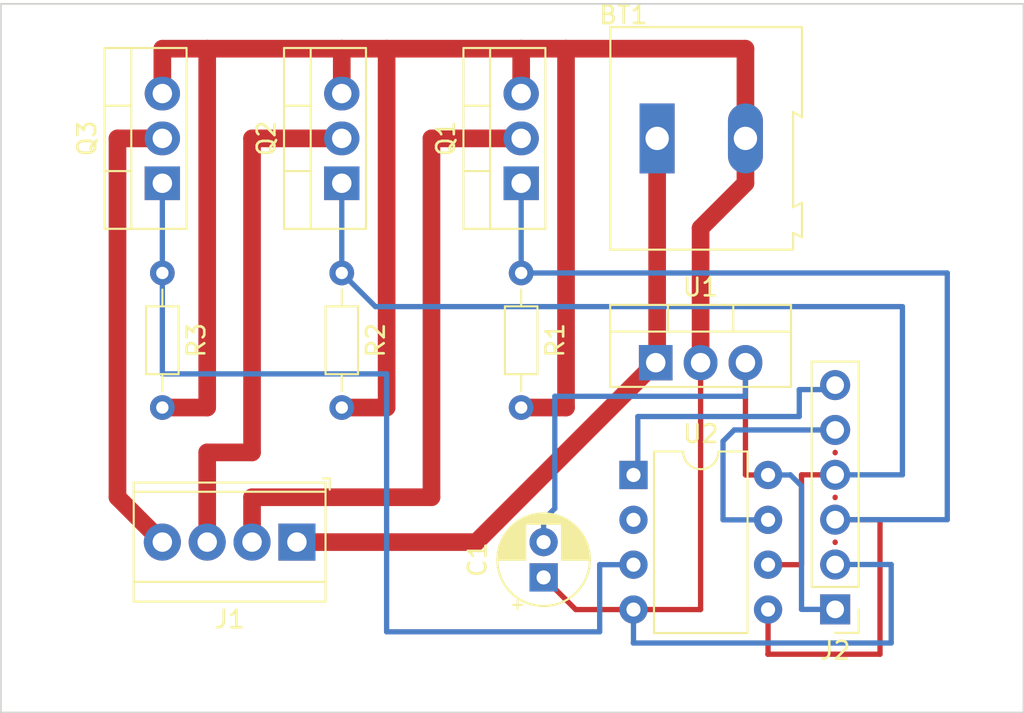
<source format=kicad_pcb>
(kicad_pcb (version 20221018) (generator pcbnew)
  (layers (0 "F.Cu" signal) (31 "B.Cu" signal) (34 "B.Paste" user) (35 "F.Paste" user) (36 "B.SilkS" user "B.Silkscreen") (37 "F.SilkS" user "F.Silkscreen") (38 "B.Mask" user) (39 "F.Mask" user) (44 "Edge.Cuts" user))
  (net 0 "")
  (net 1 "Net-(J1-Pin_2)")
  (net 2 "GND")
  (net 3 "Net-(J1-Pin_3)")
  (net 4 "Net-(Q3-G)")
  (net 5 "Net-(J1-Pin_4)")
  (net 6 "Net-(BT1-+)")
  (net 8 "Net-(J2-Pin_1)")
  (net 9 "Net-(J2-Pin_3)")
  (net 10 "Net-(J2-Pin_4)")
  (net 11 "Net-(J2-Pin_5)")
  (net 12 "Net-(J2-Pin_6)")
  (footprint "Package_TO_SOT_THT:TO-220-3_Vertical" (layer "F.Cu") (at 86.36 91.44 90)
    (fp_text reference "Q2" (at 2.54 -4.27 90) (layer "F.SilkS"))
    (fp_text value "BUZ11")
    (fp_line (start -2.58 -3.27) (end -2.58 1.371) (stroke (width 0.12)) (layer "F.SilkS"))
    (fp_line (start -2.58 -3.27) (end 7.66 -3.27) (stroke (width 0.12)) (layer "F.SilkS"))
    (fp_line (start -2.58 -1.76) (end 7.66 -1.76) (stroke (width 0.12)) (layer "F.SilkS"))
    (fp_line (start -2.58 1.371) (end 7.66 1.371) (stroke (width 0.12)) (layer "F.SilkS"))
    (fp_line (start 0.69 -3.27) (end 0.69 -1.76) (stroke (width 0.12)) (layer "F.SilkS"))
    (fp_line (start 4.391 -3.27) (end 4.391 -1.76) (stroke (width 0.12)) (layer "F.SilkS"))
    (fp_line (start 7.66 -3.27) (end 7.66 1.371) (stroke (width 0.12)) (layer "F.SilkS"))
    (pad "1" thru_hole rect (at 0 0 90) (size 1.905 2) (drill 1.1) (layers "*.Cu" "*.Mask") (net 10 "Net-(J2-Pin_4)"))
    (pad "2" thru_hole oval (at 2.54 0 90) (size 1.905 2) (drill 1.1) (layers "*.Cu" "*.Mask") (net 3 "Net-(J1-Pin_3)"))
    (pad "3" thru_hole oval (at 5.08 0 90) (size 1.905 2) (drill 1.1) (layers "*.Cu" "*.Mask") (net 2 "GND"))
  )
  (footprint "Capacitor_THT:CP_Radial_D5.0mm_P2.00mm" (layer "F.Cu") (at 97.79 113.76 90)
    (fp_text reference "C1" (at 1 -3.75 90) (layer "F.SilkS"))
    (fp_text value "100nF")
    (fp_line (start -1.804775 -1.475) (end -1.304775 -1.475) (stroke (width 0.12)) (layer "F.SilkS"))
    (fp_line (start -1.554775 -1.725) (end -1.554775 -1.225) (stroke (width 0.12)) (layer "F.SilkS"))
    (fp_line (start 1 -2.58) (end 1 -1.04) (stroke (width 0.12)) (layer "F.SilkS"))
    (fp_line (start 1 1.04) (end 1 2.58) (stroke (width 0.12)) (layer "F.SilkS"))
    (fp_line (start 1.04 -2.58) (end 1.04 -1.04) (stroke (width 0.12)) (layer "F.SilkS"))
    (fp_line (start 1.04 1.04) (end 1.04 2.58) (stroke (width 0.12)) (layer "F.SilkS"))
    (fp_line (start 1.08 -2.579) (end 1.08 -1.04) (stroke (width 0.12)) (layer "F.SilkS"))
    (fp_line (start 1.08 1.04) (end 1.08 2.579) (stroke (width 0.12)) (layer "F.SilkS"))
    (fp_line (start 1.12 -2.578) (end 1.12 -1.04) (stroke (width 0.12)) (layer "F.SilkS"))
    (fp_line (start 1.12 1.04) (end 1.12 2.578) (stroke (width 0.12)) (layer "F.SilkS"))
    (fp_line (start 1.16 -2.576) (end 1.16 -1.04) (stroke (width 0.12)) (layer "F.SilkS"))
    (fp_line (start 1.16 1.04) (end 1.16 2.576) (stroke (width 0.12)) (layer "F.SilkS"))
    (fp_line (start 1.2 -2.573) (end 1.2 -1.04) (stroke (width 0.12)) (layer "F.SilkS"))
    (fp_line (start 1.2 1.04) (end 1.2 2.573) (stroke (width 0.12)) (layer "F.SilkS"))
    (fp_line (start 1.24 -2.569) (end 1.24 -1.04) (stroke (width 0.12)) (layer "F.SilkS"))
    (fp_line (start 1.24 1.04) (end 1.24 2.569) (stroke (width 0.12)) (layer "F.SilkS"))
    (fp_line (start 1.28 -2.565) (end 1.28 -1.04) (stroke (width 0.12)) (layer "F.SilkS"))
    (fp_line (start 1.28 1.04) (end 1.28 2.565) (stroke (width 0.12)) (layer "F.SilkS"))
    (fp_line (start 1.32 -2.561) (end 1.32 -1.04) (stroke (width 0.12)) (layer "F.SilkS"))
    (fp_line (start 1.32 1.04) (end 1.32 2.561) (stroke (width 0.12)) (layer "F.SilkS"))
    (fp_line (start 1.36 -2.556) (end 1.36 -1.04) (stroke (width 0.12)) (layer "F.SilkS"))
    (fp_line (start 1.36 1.04) (end 1.36 2.556) (stroke (width 0.12)) (layer "F.SilkS"))
    (fp_line (start 1.4 -2.55) (end 1.4 -1.04) (stroke (width 0.12)) (layer "F.SilkS"))
    (fp_line (start 1.4 1.04) (end 1.4 2.55) (stroke (width 0.12)) (layer "F.SilkS"))
    (fp_line (start 1.44 -2.543) (end 1.44 -1.04) (stroke (width 0.12)) (layer "F.SilkS"))
    (fp_line (start 1.44 1.04) (end 1.44 2.543) (stroke (width 0.12)) (layer "F.SilkS"))
    (fp_line (start 1.48 -2.536) (end 1.48 -1.04) (stroke (width 0.12)) (layer "F.SilkS"))
    (fp_line (start 1.48 1.04) (end 1.48 2.536) (stroke (width 0.12)) (layer "F.SilkS"))
    (fp_line (start 1.52 -2.528) (end 1.52 -1.04) (stroke (width 0.12)) (layer "F.SilkS"))
    (fp_line (start 1.52 1.04) (end 1.52 2.528) (stroke (width 0.12)) (layer "F.SilkS"))
    (fp_line (start 1.56 -2.52) (end 1.56 -1.04) (stroke (width 0.12)) (layer "F.SilkS"))
    (fp_line (start 1.56 1.04) (end 1.56 2.52) (stroke (width 0.12)) (layer "F.SilkS"))
    (fp_line (start 1.6 -2.511) (end 1.6 -1.04) (stroke (width 0.12)) (layer "F.SilkS"))
    (fp_line (start 1.6 1.04) (end 1.6 2.511) (stroke (width 0.12)) (layer "F.SilkS"))
    (fp_line (start 1.64 -2.501) (end 1.64 -1.04) (stroke (width 0.12)) (layer "F.SilkS"))
    (fp_line (start 1.64 1.04) (end 1.64 2.501) (stroke (width 0.12)) (layer "F.SilkS"))
    (fp_line (start 1.68 -2.491) (end 1.68 -1.04) (stroke (width 0.12)) (layer "F.SilkS"))
    (fp_line (start 1.68 1.04) (end 1.68 2.491) (stroke (width 0.12)) (layer "F.SilkS"))
    (fp_line (start 1.721 -2.48) (end 1.721 -1.04) (stroke (width 0.12)) (layer "F.SilkS"))
    (fp_line (start 1.721 1.04) (end 1.721 2.48) (stroke (width 0.12)) (layer "F.SilkS"))
    (fp_line (start 1.761 -2.468) (end 1.761 -1.04) (stroke (width 0.12)) (layer "F.SilkS"))
    (fp_line (start 1.761 1.04) (end 1.761 2.468) (stroke (width 0.12)) (layer "F.SilkS"))
    (fp_line (start 1.801 -2.455) (end 1.801 -1.04) (stroke (width 0.12)) (layer "F.SilkS"))
    (fp_line (start 1.801 1.04) (end 1.801 2.455) (stroke (width 0.12)) (layer "F.SilkS"))
    (fp_line (start 1.841 -2.442) (end 1.841 -1.04) (stroke (width 0.12)) (layer "F.SilkS"))
    (fp_line (start 1.841 1.04) (end 1.841 2.442) (stroke (width 0.12)) (layer "F.SilkS"))
    (fp_line (start 1.881 -2.428) (end 1.881 -1.04) (stroke (width 0.12)) (layer "F.SilkS"))
    (fp_line (start 1.881 1.04) (end 1.881 2.428) (stroke (width 0.12)) (layer "F.SilkS"))
    (fp_line (start 1.921 -2.414) (end 1.921 -1.04) (stroke (width 0.12)) (layer "F.SilkS"))
    (fp_line (start 1.921 1.04) (end 1.921 2.414) (stroke (width 0.12)) (layer "F.SilkS"))
    (fp_line (start 1.961 -2.398) (end 1.961 -1.04) (stroke (width 0.12)) (layer "F.SilkS"))
    (fp_line (start 1.961 1.04) (end 1.961 2.398) (stroke (width 0.12)) (layer "F.SilkS"))
    (fp_line (start 2.001 -2.382) (end 2.001 -1.04) (stroke (width 0.12)) (layer "F.SilkS"))
    (fp_line (start 2.001 1.04) (end 2.001 2.382) (stroke (width 0.12)) (layer "F.SilkS"))
    (fp_line (start 2.041 -2.365) (end 2.041 -1.04) (stroke (width 0.12)) (layer "F.SilkS"))
    (fp_line (start 2.041 1.04) (end 2.041 2.365) (stroke (width 0.12)) (layer "F.SilkS"))
    (fp_line (start 2.081 -2.348) (end 2.081 -1.04) (stroke (width 0.12)) (layer "F.SilkS"))
    (fp_line (start 2.081 1.04) (end 2.081 2.348) (stroke (width 0.12)) (layer "F.SilkS"))
    (fp_line (start 2.121 -2.329) (end 2.121 -1.04) (stroke (width 0.12)) (layer "F.SilkS"))
    (fp_line (start 2.121 1.04) (end 2.121 2.329) (stroke (width 0.12)) (layer "F.SilkS"))
    (fp_line (start 2.161 -2.31) (end 2.161 -1.04) (stroke (width 0.12)) (layer "F.SilkS"))
    (fp_line (start 2.161 1.04) (end 2.161 2.31) (stroke (width 0.12)) (layer "F.SilkS"))
    (fp_line (start 2.201 -2.29) (end 2.201 -1.04) (stroke (width 0.12)) (layer "F.SilkS"))
    (fp_line (start 2.201 1.04) (end 2.201 2.29) (stroke (width 0.12)) (layer "F.SilkS"))
    (fp_line (start 2.241 -2.268) (end 2.241 -1.04) (stroke (width 0.12)) (layer "F.SilkS"))
    (fp_line (start 2.241 1.04) (end 2.241 2.268) (stroke (width 0.12)) (layer "F.SilkS"))
    (fp_line (start 2.281 -2.247) (end 2.281 -1.04) (stroke (width 0.12)) (layer "F.SilkS"))
    (fp_line (start 2.281 1.04) (end 2.281 2.247) (stroke (width 0.12)) (layer "F.SilkS"))
    (fp_line (start 2.321 -2.224) (end 2.321 -1.04) (stroke (width 0.12)) (layer "F.SilkS"))
    (fp_line (start 2.321 1.04) (end 2.321 2.224) (stroke (width 0.12)) (layer "F.SilkS"))
    (fp_line (start 2.361 -2.2) (end 2.361 -1.04) (stroke (width 0.12)) (layer "F.SilkS"))
    (fp_line (start 2.361 1.04) (end 2.361 2.2) (stroke (width 0.12)) (layer "F.SilkS"))
    (fp_line (start 2.401 -2.175) (end 2.401 -1.04) (stroke (width 0.12)) (layer "F.SilkS"))
    (fp_line (start 2.401 1.04) (end 2.401 2.175) (stroke (width 0.12)) (layer "F.SilkS"))
    (fp_line (start 2.441 -2.149) (end 2.441 -1.04) (stroke (width 0.12)) (layer "F.SilkS"))
    (fp_line (start 2.441 1.04) (end 2.441 2.149) (stroke (width 0.12)) (layer "F.SilkS"))
    (fp_line (start 2.481 -2.122) (end 2.481 -1.04) (stroke (width 0.12)) (layer "F.SilkS"))
    (fp_line (start 2.481 1.04) (end 2.481 2.122) (stroke (width 0.12)) (layer "F.SilkS"))
    (fp_line (start 2.521 -2.095) (end 2.521 -1.04) (stroke (width 0.12)) (layer "F.SilkS"))
    (fp_line (start 2.521 1.04) (end 2.521 2.095) (stroke (width 0.12)) (layer "F.SilkS"))
    (fp_line (start 2.561 -2.065) (end 2.561 -1.04) (stroke (width 0.12)) (layer "F.SilkS"))
    (fp_line (start 2.561 1.04) (end 2.561 2.065) (stroke (width 0.12)) (layer "F.SilkS"))
    (fp_line (start 2.601 -2.035) (end 2.601 -1.04) (stroke (width 0.12)) (layer "F.SilkS"))
    (fp_line (start 2.601 1.04) (end 2.601 2.035) (stroke (width 0.12)) (layer "F.SilkS"))
    (fp_line (start 2.641 -2.004) (end 2.641 -1.04) (stroke (width 0.12)) (layer "F.SilkS"))
    (fp_line (start 2.641 1.04) (end 2.641 2.004) (stroke (width 0.12)) (layer "F.SilkS"))
    (fp_line (start 2.681 -1.971) (end 2.681 -1.04) (stroke (width 0.12)) (layer "F.SilkS"))
    (fp_line (start 2.681 1.04) (end 2.681 1.971) (stroke (width 0.12)) (layer "F.SilkS"))
    (fp_line (start 2.721 -1.937) (end 2.721 -1.04) (stroke (width 0.12)) (layer "F.SilkS"))
    (fp_line (start 2.721 1.04) (end 2.721 1.937) (stroke (width 0.12)) (layer "F.SilkS"))
    (fp_line (start 2.761 -1.901) (end 2.761 -1.04) (stroke (width 0.12)) (layer "F.SilkS"))
    (fp_line (start 2.761 1.04) (end 2.761 1.901) (stroke (width 0.12)) (layer "F.SilkS"))
    (fp_line (start 2.801 -1.864) (end 2.801 -1.04) (stroke (width 0.12)) (layer "F.SilkS"))
    (fp_line (start 2.801 1.04) (end 2.801 1.864) (stroke (width 0.12)) (layer "F.SilkS"))
    (fp_line (start 2.841 -1.826) (end 2.841 -1.04) (stroke (width 0.12)) (layer "F.SilkS"))
    (fp_line (start 2.841 1.04) (end 2.841 1.826) (stroke (width 0.12)) (layer "F.SilkS"))
    (fp_line (start 2.881 -1.785) (end 2.881 -1.04) (stroke (width 0.12)) (layer "F.SilkS"))
    (fp_line (start 2.881 1.04) (end 2.881 1.785) (stroke (width 0.12)) (layer "F.SilkS"))
    (fp_line (start 2.921 -1.743) (end 2.921 -1.04) (stroke (width 0.12)) (layer "F.SilkS"))
    (fp_line (start 2.921 1.04) (end 2.921 1.743) (stroke (width 0.12)) (layer "F.SilkS"))
    (fp_line (start 2.961 -1.699) (end 2.961 -1.04) (stroke (width 0.12)) (layer "F.SilkS"))
    (fp_line (start 2.961 1.04) (end 2.961 1.699) (stroke (width 0.12)) (layer "F.SilkS"))
    (fp_line (start 3.001 -1.653) (end 3.001 -1.04) (stroke (width 0.12)) (layer "F.SilkS"))
    (fp_line (start 3.001 1.04) (end 3.001 1.653) (stroke (width 0.12)) (layer "F.SilkS"))
    (fp_line (start 3.041 -1.605) (end 3.041 1.605) (stroke (width 0.12)) (layer "F.SilkS"))
    (fp_line (start 3.081 -1.554) (end 3.081 1.554) (stroke (width 0.12)) (layer "F.SilkS"))
    (fp_line (start 3.121 -1.5) (end 3.121 1.5) (stroke (width 0.12)) (layer "F.SilkS"))
    (fp_line (start 3.161 -1.443) (end 3.161 1.443) (stroke (width 0.12)) (layer "F.SilkS"))
    (fp_line (start 3.201 -1.383) (end 3.201 1.383) (stroke (width 0.12)) (layer "F.SilkS"))
    (fp_line (start 3.241 -1.319) (end 3.241 1.319) (stroke (width 0.12)) (layer "F.SilkS"))
    (fp_line (start 3.281 -1.251) (end 3.281 1.251) (stroke (width 0.12)) (layer "F.SilkS"))
    (fp_line (start 3.321 -1.178) (end 3.321 1.178) (stroke (width 0.12)) (layer "F.SilkS"))
    (fp_line (start 3.361 -1.098) (end 3.361 1.098) (stroke (width 0.12)) (layer "F.SilkS"))
    (fp_line (start 3.401 -1.011) (end 3.401 1.011) (stroke (width 0.12)) (layer "F.SilkS"))
    (fp_line (start 3.441 -0.915) (end 3.441 0.915) (stroke (width 0.12)) (layer "F.SilkS"))
    (fp_line (start 3.481 -0.805) (end 3.481 0.805) (stroke (width 0.12)) (layer "F.SilkS"))
    (fp_line (start 3.521 -0.677) (end 3.521 0.677) (stroke (width 0.12)) (layer "F.SilkS"))
    (fp_line (start 3.561 -0.518) (end 3.561 0.518) (stroke (width 0.12)) (layer "F.SilkS"))
    (fp_line (start 3.601 -0.284) (end 3.601 0.284) (stroke (width 0.12)) (layer "F.SilkS"))
    (fp_circle (center 1 0) (end 3.62 0) (stroke (width 0.12)) (fill none) (layer "F.SilkS"))
    (pad "1" thru_hole rect (at 0 0 90) (size 1.6 1.6) (drill 0.8) (layers "*.Cu" "*.Mask") (net 2 "GND"))
    (pad "2" thru_hole circle (at 2 0 90) (size 1.6 1.6) (drill 0.8) (layers "*.Cu" "*.Mask") (net 8 "Net-(J2-Pin_1)"))
  )
  (footprint "Package_DIP:DIP-8_W7.62mm" (layer "F.Cu") (at 102.88 107.96)
    (fp_text reference "U2" (at 3.81 -2.33) (layer "F.SilkS"))
    (fp_text value "ATtiny45-20P")
    (fp_line (start 1.16 -1.33) (end 1.16 8.95) (stroke (width 0.12)) (layer "F.SilkS"))
    (fp_line (start 1.16 8.95) (end 6.46 8.95) (stroke (width 0.12)) (layer "F.SilkS"))
    (fp_line (start 2.81 -1.33) (end 1.16 -1.33) (stroke (width 0.12)) (layer "F.SilkS"))
    (fp_line (start 6.46 -1.33) (end 4.81 -1.33) (stroke (width 0.12)) (layer "F.SilkS"))
    (fp_line (start 6.46 8.95) (end 6.46 -1.33) (stroke (width 0.12)) (layer "F.SilkS"))
    (fp_arc (start 4.81 -1.33) (mid 3.81 -0.33) (end 2.81 -1.33) (stroke (width 0.12)) (layer "F.SilkS"))
    (pad "1" thru_hole rect (at 0 0) (size 1.6 1.6) (drill 0.8) (layers "*.Cu" "*.Mask") (net 12 "Net-(J2-Pin_6)"))
    (pad "2" thru_hole oval (at 0 2.54) (size 1.6 1.6) (drill 0.8) (layers "*.Cu" "*.Mask"))
    (pad "3" thru_hole oval (at 0 5.08) (size 1.6 1.6) (drill 0.8) (layers "*.Cu" "*.Mask") (net 4 "Net-(Q3-G)"))
    (pad "4" thru_hole oval (at 0 7.62) (size 1.6 1.6) (drill 0.8) (layers "*.Cu" "*.Mask") (net 2 "GND"))
    (pad "5" thru_hole oval (at 7.62 7.62) (size 1.6 1.6) (drill 0.8) (layers "*.Cu" "*.Mask") (net 9 "Net-(J2-Pin_3)"))
    (pad "6" thru_hole oval (at 7.62 5.08) (size 1.6 1.6) (drill 0.8) (layers "*.Cu" "*.Mask") (net 10 "Net-(J2-Pin_4)"))
    (pad "7" thru_hole oval (at 7.62 2.54) (size 1.6 1.6) (drill 0.8) (layers "*.Cu" "*.Mask") (net 11 "Net-(J2-Pin_5)"))
    (pad "8" thru_hole oval (at 7.62 0) (size 1.6 1.6) (drill 0.8) (layers "*.Cu" "*.Mask") (net 8 "Net-(J2-Pin_1)"))
  )
  (footprint "Package_TO_SOT_THT:TO-220-3_Vertical" (layer "F.Cu") (at 104.14 101.6)
    (fp_text reference "U1" (at 2.54 -4.27) (layer "F.SilkS"))
    (fp_text value "LM7805_TO220")
    (fp_line (start -2.58 -3.27) (end -2.58 1.371) (stroke (width 0.12)) (layer "F.SilkS"))
    (fp_line (start -2.58 -3.27) (end 7.66 -3.27) (stroke (width 0.12)) (layer "F.SilkS"))
    (fp_line (start -2.58 -1.76) (end 7.66 -1.76) (stroke (width 0.12)) (layer "F.SilkS"))
    (fp_line (start -2.58 1.371) (end 7.66 1.371) (stroke (width 0.12)) (layer "F.SilkS"))
    (fp_line (start 0.69 -3.27) (end 0.69 -1.76) (stroke (width 0.12)) (layer "F.SilkS"))
    (fp_line (start 4.391 -3.27) (end 4.391 -1.76) (stroke (width 0.12)) (layer "F.SilkS"))
    (fp_line (start 7.66 -3.27) (end 7.66 1.371) (stroke (width 0.12)) (layer "F.SilkS"))
    (pad "1" thru_hole rect (at 0 0) (size 1.905 2) (drill 1.1) (layers "*.Cu" "*.Mask") (net 6 "Net-(BT1-+)"))
    (pad "2" thru_hole oval (at 2.54 0) (size 1.905 2) (drill 1.1) (layers "*.Cu" "*.Mask") (net 2 "GND"))
    (pad "3" thru_hole oval (at 5.08 0) (size 1.905 2) (drill 1.1) (layers "*.Cu" "*.Mask") (net 8 "Net-(J2-Pin_1)"))
  )
  (footprint "Resistor_THT:R_Axial_DIN0204_L3.6mm_D1.6mm_P7.62mm_Horizontal" (layer "F.Cu") (at 76.2 96.52 -90)
    (fp_text reference "R3" (at 3.81 -1.92 90) (layer "F.SilkS"))
    (fp_text value "100k")
    (fp_line (start 0.94 0) (end 1.89 0) (stroke (width 0.12)) (layer "F.SilkS"))
    (fp_line (start 1.89 -0.92) (end 1.89 0.92) (stroke (width 0.12)) (layer "F.SilkS"))
    (fp_line (start 1.89 0.92) (end 5.73 0.92) (stroke (width 0.12)) (layer "F.SilkS"))
    (fp_line (start 5.73 -0.92) (end 1.89 -0.92) (stroke (width 0.12)) (layer "F.SilkS"))
    (fp_line (start 5.73 0.92) (end 5.73 -0.92) (stroke (width 0.12)) (layer "F.SilkS"))
    (fp_line (start 6.68 0) (end 5.73 0) (stroke (width 0.12)) (layer "F.SilkS"))
    (pad "1" thru_hole circle (at 0 0 270) (size 1.4 1.4) (drill 0.7) (layers "*.Cu" "*.Mask") (net 4 "Net-(Q3-G)"))
    (pad "2" thru_hole oval (at 7.62 0 270) (size 1.4 1.4) (drill 0.7) (layers "*.Cu" "*.Mask") (net 2 "GND"))
  )
  (footprint "Connector_PinHeader_2.54mm:PinHeader_1x06_P2.54mm_Vertical" (layer "F.Cu") (at 114.3 115.57 180)
    (fp_text reference "J2" (at 0 -2.33) (layer "F.SilkS"))
    (fp_text value "Conn_01x06_Socket")
    (fp_line (start -1.33 -1.33) (end 0 -1.33) (stroke (width 0.12)) (layer "F.SilkS"))
    (fp_line (start -1.33 0) (end -1.33 -1.33) (stroke (width 0.12)) (layer "F.SilkS"))
    (fp_line (start -1.33 1.27) (end -1.33 14.03) (stroke (width 0.12)) (layer "F.SilkS"))
    (fp_line (start -1.33 1.27) (end 1.33 1.27) (stroke (width 0.12)) (layer "F.SilkS"))
    (fp_line (start -1.33 14.03) (end 1.33 14.03) (stroke (width 0.12)) (layer "F.SilkS"))
    (fp_line (start 1.33 1.27) (end 1.33 14.03) (stroke (width 0.12)) (layer "F.SilkS"))
    (pad "1" thru_hole rect (at 0 0 180) (size 1.7 1.7) (drill 1) (layers "*.Cu" "*.Mask") (net 8 "Net-(J2-Pin_1)"))
    (pad "2" thru_hole oval (at 0 2.54 180) (size 1.7 1.7) (drill 1) (layers "*.Cu" "*.Mask") (net 2 "GND"))
    (pad "3" thru_hole oval (at 0 5.08 180) (size 1.7 1.7) (drill 1) (layers "*.Cu" "*.Mask") (net 9 "Net-(J2-Pin_3)"))
    (pad "4" thru_hole oval (at 0 7.62 180) (size 1.7 1.7) (drill 1) (layers "*.Cu" "*.Mask") (net 10 "Net-(J2-Pin_4)"))
    (pad "5" thru_hole oval (at 0 10.16 180) (size 1.7 1.7) (drill 1) (layers "*.Cu" "*.Mask") (net 11 "Net-(J2-Pin_5)"))
    (pad "6" thru_hole oval (at 0 12.7 180) (size 1.7 1.7) (drill 1) (layers "*.Cu" "*.Mask") (net 12 "Net-(J2-Pin_6)"))
  )
  (footprint "Resistor_THT:R_Axial_DIN0204_L3.6mm_D1.6mm_P7.62mm_Horizontal" (layer "F.Cu") (at 86.36 96.52 -90)
    (fp_text reference "R2" (at 3.81 -1.92 90) (layer "F.SilkS"))
    (fp_text value "100k")
    (fp_line (start 0.94 0) (end 1.89 0) (stroke (width 0.12)) (layer "F.SilkS"))
    (fp_line (start 1.89 -0.92) (end 1.89 0.92) (stroke (width 0.12)) (layer "F.SilkS"))
    (fp_line (start 1.89 0.92) (end 5.73 0.92) (stroke (width 0.12)) (layer "F.SilkS"))
    (fp_line (start 5.73 -0.92) (end 1.89 -0.92) (stroke (width 0.12)) (layer "F.SilkS"))
    (fp_line (start 5.73 0.92) (end 5.73 -0.92) (stroke (width 0.12)) (layer "F.SilkS"))
    (fp_line (start 6.68 0) (end 5.73 0) (stroke (width 0.12)) (layer "F.SilkS"))
    (pad "1" thru_hole circle (at 0 0 270) (size 1.4 1.4) (drill 0.7) (layers "*.Cu" "*.Mask") (net 10 "Net-(J2-Pin_4)"))
    (pad "2" thru_hole oval (at 7.62 0 270) (size 1.4 1.4) (drill 0.7) (layers "*.Cu" "*.Mask") (net 2 "GND"))
  )
  (footprint "Resistor_THT:R_Axial_DIN0204_L3.6mm_D1.6mm_P7.62mm_Horizontal" (layer "F.Cu") (at 96.52 96.52 -90)
    (fp_text reference "R1" (at 3.81 -1.92 90) (layer "F.SilkS"))
    (fp_text value "100k")
    (fp_line (start 0.94 0) (end 1.89 0) (stroke (width 0.12)) (layer "F.SilkS"))
    (fp_line (start 1.89 -0.92) (end 1.89 0.92) (stroke (width 0.12)) (layer "F.SilkS"))
    (fp_line (start 1.89 0.92) (end 5.73 0.92) (stroke (width 0.12)) (layer "F.SilkS"))
    (fp_line (start 5.73 -0.92) (end 1.89 -0.92) (stroke (width 0.12)) (layer "F.SilkS"))
    (fp_line (start 5.73 0.92) (end 5.73 -0.92) (stroke (width 0.12)) (layer "F.SilkS"))
    (fp_line (start 6.68 0) (end 5.73 0) (stroke (width 0.12)) (layer "F.SilkS"))
    (pad "1" thru_hole circle (at 0 0 270) (size 1.4 1.4) (drill 0.7) (layers "*.Cu" "*.Mask") (net 9 "Net-(J2-Pin_3)"))
    (pad "2" thru_hole oval (at 7.62 0 270) (size 1.4 1.4) (drill 0.7) (layers "*.Cu" "*.Mask") (net 2 "GND"))
  )
  (footprint "TerminalBlock_TE-Connectivity:TerminalBlock_TE_282834-4_1x04_P2.54mm_Horizontal" (layer "F.Cu") (at 83.82 111.76 180)
    (fp_text reference "J1" (at 3.81 -4.37) (layer "F.SilkS"))
    (fp_text value "+12V_STRIP")
    (fp_line (start -1.86 2.97) (end -1.86 3.61) (stroke (width 0.12)) (layer "F.SilkS"))
    (fp_line (start -1.86 3.61) (end -1.46 3.61) (stroke (width 0.12)) (layer "F.SilkS"))
    (fp_line (start -1.62 -3.37) (end -1.62 3.37) (stroke (width 0.12)) (layer "F.SilkS"))
    (fp_line (start -1.62 -3.37) (end 9.241 -3.37) (stroke (width 0.12)) (layer "F.SilkS"))
    (fp_line (start -1.62 -2.25) (end 9.241 -2.25) (stroke (width 0.12)) (layer "F.SilkS"))
    (fp_line (start -1.62 2.85) (end 9.241 2.85) (stroke (width 0.12)) (layer "F.SilkS"))
    (fp_line (start -1.62 3.37) (end 9.241 3.37) (stroke (width 0.12)) (layer "F.SilkS"))
    (fp_line (start 9.241 -3.37) (end 9.241 3.37) (stroke (width 0.12)) (layer "F.SilkS"))
    (pad "1" thru_hole rect (at 0 0 180) (size 2.1 2.1) (drill 1.1) (layers "*.Cu" "*.Mask") (net 6 "Net-(BT1-+)"))
    (pad "2" thru_hole circle (at 2.54 0 180) (size 2.1 2.1) (drill 1.1) (layers "*.Cu" "*.Mask") (net 1 "Net-(J1-Pin_2)"))
    (pad "3" thru_hole circle (at 5.08 0 180) (size 2.1 2.1) (drill 1.1) (layers "*.Cu" "*.Mask") (net 3 "Net-(J1-Pin_3)"))
    (pad "4" thru_hole circle (at 7.62 0 180) (size 2.1 2.1) (drill 1.1) (layers "*.Cu" "*.Mask") (net 5 "Net-(J1-Pin_4)"))
  )
  (footprint "TerminalBlock:TerminalBlock_Altech_AK300-2_P5.00mm" (layer "F.Cu") (at 104.22 88.9)
    (fp_text reference "BT1" (at -1.92 -6.99) (layer "F.SilkS"))
    (fp_text value "B12V")
    (fp_line (start -2.65 -6.3) (end -2.65 6.3) (stroke (width 0.12)) (layer "F.SilkS"))
    (fp_line (start -2.65 6.3) (end 7.7 6.3) (stroke (width 0.12)) (layer "F.SilkS"))
    (fp_line (start 7.7 -1.5) (end 8.2 -1.2) (stroke (width 0.12)) (layer "F.SilkS"))
    (fp_line (start 7.7 3.9) (end 7.7 -1.5) (stroke (width 0.12)) (layer "F.SilkS"))
    (fp_line (start 7.7 5.35) (end 8.2 5.6) (stroke (width 0.12)) (layer "F.SilkS"))
    (fp_line (start 7.7 6.3) (end 7.7 5.35) (stroke (width 0.12)) (layer "F.SilkS"))
    (fp_line (start 8.2 -6.3) (end -2.65 -6.3) (stroke (width 0.12)) (layer "F.SilkS"))
    (fp_line (start 8.2 -1.2) (end 8.2 -6.3) (stroke (width 0.12)) (layer "F.SilkS"))
    (fp_line (start 8.2 3.65) (end 7.7 3.9) (stroke (width 0.12)) (layer "F.SilkS"))
    (fp_line (start 8.2 3.7) (end 8.2 3.65) (stroke (width 0.12)) (layer "F.SilkS"))
    (fp_line (start 8.2 5.6) (end 8.2 3.7) (stroke (width 0.12)) (layer "F.SilkS"))
    (pad "1" thru_hole rect (at 0 0) (size 1.98 3.96) (drill 1.32) (layers "*.Cu" "*.Mask") (net 6 "Net-(BT1-+)"))
    (pad "2" thru_hole oval (at 5 0) (size 1.98 3.96) (drill 1.32) (layers "*.Cu" "*.Mask") (net 2 "GND"))
  )
  (footprint "Package_TO_SOT_THT:TO-220-3_Vertical" (layer "F.Cu") (at 96.52 91.44 90)
    (fp_text reference "Q1" (at 2.54 -4.27 90) (layer "F.SilkS"))
    (fp_text value "BUZ11")
    (fp_line (start -2.58 -3.27) (end -2.58 1.371) (stroke (width 0.12)) (layer "F.SilkS"))
    (fp_line (start -2.58 -3.27) (end 7.66 -3.27) (stroke (width 0.12)) (layer "F.SilkS"))
    (fp_line (start -2.58 -1.76) (end 7.66 -1.76) (stroke (width 0.12)) (layer "F.SilkS"))
    (fp_line (start -2.58 1.371) (end 7.66 1.371) (stroke (width 0.12)) (layer "F.SilkS"))
    (fp_line (start 0.69 -3.27) (end 0.69 -1.76) (stroke (width 0.12)) (layer "F.SilkS"))
    (fp_line (start 4.391 -3.27) (end 4.391 -1.76) (stroke (width 0.12)) (layer "F.SilkS"))
    (fp_line (start 7.66 -3.27) (end 7.66 1.371) (stroke (width 0.12)) (layer "F.SilkS"))
    (pad "1" thru_hole rect (at 0 0 90) (size 1.905 2) (drill 1.1) (layers "*.Cu" "*.Mask") (net 9 "Net-(J2-Pin_3)"))
    (pad "2" thru_hole oval (at 2.54 0 90) (size 1.905 2) (drill 1.1) (layers "*.Cu" "*.Mask") (net 1 "Net-(J1-Pin_2)"))
    (pad "3" thru_hole oval (at 5.08 0 90) (size 1.905 2) (drill 1.1) (layers "*.Cu" "*.Mask") (net 2 "GND"))
  )
  (footprint "Package_TO_SOT_THT:TO-220-3_Vertical" (layer "F.Cu") (at 76.2 91.44 90)
    (fp_text reference "Q3" (at 2.54 -4.27 90) (layer "F.SilkS"))
    (fp_text value "BUZ11")
    (fp_line (start -2.58 -3.27) (end -2.58 1.371) (stroke (width 0.12)) (layer "F.SilkS"))
    (fp_line (start -2.58 -3.27) (end 7.66 -3.27) (stroke (width 0.12)) (layer "F.SilkS"))
    (fp_line (start -2.58 -1.76) (end 7.66 -1.76) (stroke (width 0.12)) (layer "F.SilkS"))
    (fp_line (start -2.58 1.371) (end 7.66 1.371) (stroke (width 0.12)) (layer "F.SilkS"))
    (fp_line (start 0.69 -3.27) (end 0.69 -1.76) (stroke (width 0.12)) (layer "F.SilkS"))
    (fp_line (start 4.391 -3.27) (end 4.391 -1.76) (stroke (width 0.12)) (layer "F.SilkS"))
    (fp_line (start 7.66 -3.27) (end 7.66 1.371) (stroke (width 0.12)) (layer "F.SilkS"))
    (pad "1" thru_hole rect (at 0 0 90) (size 1.905 2) (drill 1.1) (layers "*.Cu" "*.Mask") (net 4 "Net-(Q3-G)"))
    (pad "2" thru_hole oval (at 2.54 0 90) (size 1.905 2) (drill 1.1) (layers "*.Cu" "*.Mask") (net 5 "Net-(J1-Pin_4)"))
    (pad "3" thru_hole oval (at 5.08 0 90) (size 1.905 2) (drill 1.1) (layers "*.Cu" "*.Mask") (net 2 "GND"))
  )
  (gr_rect (start 67.056 81.28) (end 124.968 121.412) (stroke (width 0.1)) (fill none) (layer "Edge.Cuts"))
  (segment (start 91.44 109.22) (end 81.28 109.22) (width 1) (layer "F.Cu") (net 1))
  (segment (start 81.28 109.22) (end 81.28 111.76) (width 1) (layer "F.Cu") (net 1))
  (segment (start 96.52 88.9) (end 91.44 88.9) (width 1) (layer "F.Cu") (net 1))
  (segment (start 91.44 88.9) (end 91.44 109.22) (width 1) (layer "F.Cu") (net 1))
  (segment (start 109.22 88.9) (end 109.22 83.82) (width 1) (layer "F.Cu") (net 2))
  (segment (start 86.36 83.82) (end 78.74 83.82) (width 1) (layer "F.Cu") (net 2))
  (segment (start 96.52 83.82) (end 88.9 83.82) (width 1) (layer "F.Cu") (net 2))
  (segment (start 86.36 83.82) (end 86.36 86.36) (width 1) (layer "F.Cu") (net 2))
  (segment (start 109.22 88.9) (end 109.22 91.44) (width 1) (layer "F.Cu") (net 2))
  (segment (start 99.06 104.14) (end 96.52 104.14) (width 1) (layer "F.Cu") (net 2))
  (segment (start 106.68 101.6) (end 106.68 115.57) (width 0.3) (layer "F.Cu") (net 2))
  (segment (start 106.67 115.58) (end 102.88 115.58) (width 0.3) (layer "F.Cu") (net 2))
  (segment (start 88.9 83.82) (end 88.9 104.14) (width 1) (layer "F.Cu") (net 2))
  (segment (start 99.06 83.82) (end 99.06 104.14) (width 1) (layer "F.Cu") (net 2))
  (segment (start 106.68 93.98) (end 106.68 101.6) (width 1) (layer "F.Cu") (net 2))
  (segment (start 109.22 83.82) (end 99.06 83.82) (width 1) (layer "F.Cu") (net 2))
  (segment (start 109.22 91.44) (end 106.68 93.98) (width 1) (layer "F.Cu") (net 2))
  (segment (start 99.06 83.82) (end 96.52 83.82) (width 1) (layer "F.Cu") (net 2))
  (segment (start 88.9 104.14) (end 86.36 104.14) (width 1) (layer "F.Cu") (net 2))
  (segment (start 78.74 104.14) (end 76.2 104.14) (width 1) (layer "F.Cu") (net 2))
  (segment (start 99.61 115.58) (end 97.79 113.76) (width 0.3) (layer "F.Cu") (net 2))
  (segment (start 96.52 83.82) (end 96.52 86.36) (width 1) (layer "F.Cu") (net 2))
  (segment (start 106.68 115.57) (end 106.67 115.58) (width 0.3) (layer "F.Cu") (net 2))
  (segment (start 78.74 83.82) (end 76.2 83.82) (width 1) (layer "F.Cu") (net 2))
  (segment (start 88.9 83.82) (end 86.36 83.82) (width 1) (layer "F.Cu") (net 2))
  (segment (start 78.74 83.82) (end 78.74 104.14) (width 1) (layer "F.Cu") (net 2))
  (segment (start 76.2 83.82) (end 76.2 86.36) (width 1) (layer "F.Cu") (net 2))
  (segment (start 102.88 115.58) (end 99.61 115.58) (width 0.3) (layer "F.Cu") (net 2))
  (segment (start 114.3 113.03) (end 117.475 113.03) (width 0.3) (layer "B.Cu") (net 2))
  (segment (start 102.87 117.475) (end 102.88 117.465) (width 0.3) (layer "B.Cu") (net 2))
  (segment (start 102.88 117.465) (end 102.88 115.58) (width 0.3) (layer "B.Cu") (net 2))
  (segment (start 117.475 113.03) (end 117.475 117.475) (width 0.3) (layer "B.Cu") (net 2))
  (segment (start 117.475 117.475) (end 102.87 117.475) (width 0.3) (layer "B.Cu") (net 2))
  (segment (start 81.28 106.68) (end 78.74 106.68) (width 1) (layer "F.Cu") (net 3))
  (segment (start 86.36 88.9) (end 81.28 88.9) (width 1) (layer "F.Cu") (net 3))
  (segment (start 78.74 106.68) (end 78.74 111.76) (width 1) (layer "F.Cu") (net 3))
  (segment (start 81.28 88.9) (end 81.28 106.68) (width 1) (layer "F.Cu") (net 3))
  (segment (start 88.9 116.84) (end 100.965 116.84) (width 0.3) (layer "B.Cu") (net 4))
  (segment (start 100.965 113.03) (end 100.975 113.04) (width 0.3) (layer "B.Cu") (net 4))
  (segment (start 100.975 113.04) (end 102.88 113.04) (width 0.3) (layer "B.Cu") (net 4))
  (segment (start 100.965 116.84) (end 100.965 113.03) (width 0.3) (layer "B.Cu") (net 4))
  (segment (start 76.2 102.235) (end 88.9 102.235) (width 0.3) (layer "B.Cu") (net 4))
  (segment (start 76.2 91.44) (end 76.2 96.52) (width 0.3) (layer "B.Cu") (net 4))
  (segment (start 76.2 96.52) (end 76.2 102.235) (width 0.3) (layer "B.Cu") (net 4))
  (segment (start 88.9 102.235) (end 88.9 116.84) (width 0.3) (layer "B.Cu") (net 4))
  (segment (start 73.66 88.9) (end 73.66 109.22) (width 1) (layer "F.Cu") (net 5))
  (segment (start 76.2 88.9) (end 73.66 88.9) (width 1) (layer "F.Cu") (net 5))
  (segment (start 73.66 109.22) (end 76.2 111.76) (width 1) (layer "F.Cu") (net 5))
  (segment (start 104.22 101.52) (end 104.14 101.6) (width 1) (layer "F.Cu") (net 6))
  (segment (start 104.14 101.6) (end 93.98 111.76) (width 1) (layer "F.Cu") (net 6))
  (segment (start 93.98 111.76) (end 83.82 111.76) (width 1) (layer "F.Cu") (net 6))
  (segment (start 104.22 88.9) (end 104.22 101.52) (width 1) (layer "F.Cu") (net 6))
  (segment (start 109.23 107.96) (end 110.5 107.96) (width 0.3) (layer "F.Cu") (net 8))
  (segment (start 109.22 107.95) (end 109.23 107.96) (width 0.3) (layer "F.Cu") (net 8))
  (segment (start 109.22 101.6) (end 109.22 107.95) (width 0.3) (layer "F.Cu") (net 8))
  (segment (start 109.22 101.6) (end 109.22 103.505) (width 0.3) (layer "B.Cu") (net 8))
  (segment (start 98.425 103.505) (end 98.425 109.855) (width 0.3) (layer "B.Cu") (net 8))
  (segment (start 111.75 107.96) (end 111.76 107.95) (width 0.3) (layer "B.Cu") (net 8))
  (segment (start 112.395 115.57) (end 114.3 115.57) (width 0.3) (layer "B.Cu") (net 8))
  (segment (start 111.76 107.95) (end 112.395 108.585) (width 0.3) (layer "B.Cu") (net 8))
  (segment (start 98.425 109.855) (end 97.79 110.49) (width 0.3) (layer "B.Cu") (net 8))
  (segment (start 112.395 108.585) (end 112.395 115.57) (width 0.3) (layer "B.Cu") (net 8))
  (segment (start 110.5 107.96) (end 111.75 107.96) (width 0.3) (layer "B.Cu") (net 8))
  (segment (start 97.79 110.49) (end 97.79 111.76) (width 0.3) (layer "B.Cu") (net 8))
  (segment (start 109.22 103.505) (end 98.425 103.505) (width 0.3) (layer "B.Cu") (net 8))
  (segment (start 110.5 115.58) (end 110.5 118.1) (width 0.3) (layer "F.Cu") (net 9))
  (segment (start 110.49 118.11) (end 116.84 118.11) (width 0.3) (layer "F.Cu") (net 9))
  (segment (start 116.84 110.49) (end 114.3 110.49) (width 0.3) (layer "F.Cu") (net 9))
  (segment (start 114.3 111.78) (end 114.3 111.76) (width 0.3) (layer "F.Cu") (net 9))
  (segment (start 116.84 118.11) (end 116.84 110.49) (width 0.3) (layer "F.Cu") (net 9))
  (segment (start 110.5 118.1) (end 110.49 118.11) (width 0.3) (layer "F.Cu") (net 9))
  (segment (start 120.65 96.52) (end 120.65 110.49) (width 0.3) (layer "B.Cu") (net 9))
  (segment (start 120.65 110.49) (end 114.3 110.49) (width 0.3) (layer "B.Cu") (net 9))
  (segment (start 96.52 91.44) (end 96.52 96.52) (width 0.3) (layer "B.Cu") (net 9))
  (segment (start 96.52 96.52) (end 120.65 96.52) (width 0.3) (layer "B.Cu") (net 9))
  (segment (start 112.395 107.95) (end 114.3 107.95) (width 0.3) (layer "F.Cu") (net 10))
  (segment (start 114.3 109.24) (end 114.3 109.22) (width 0.3) (layer "F.Cu") (net 10))
  (segment (start 112.385 113.04) (end 112.395 113.03) (width 0.3) (layer "F.Cu") (net 10))
  (segment (start 110.5 113.04) (end 112.385 113.04) (width 0.3) (layer "F.Cu") (net 10))
  (segment (start 112.395 113.03) (end 112.395 107.95) (width 0.3) (layer "F.Cu") (net 10))
  (segment (start 118.11 98.425) (end 118.11 107.95) (width 0.3) (layer "B.Cu") (net 10))
  (segment (start 86.36 91.44) (end 86.36 96.52) (width 0.3) (layer "B.Cu") (net 10))
  (segment (start 86.36 96.52) (end 88.265 98.425) (width 0.3) (layer "B.Cu") (net 10))
  (segment (start 118.11 107.95) (end 114.3 107.95) (width 0.3) (layer "B.Cu") (net 10))
  (segment (start 88.265 98.425) (end 118.11 98.425) (width 0.3) (layer "B.Cu") (net 10))
  (segment (start 114.3 106.7) (end 114.3 106.68) (width 0.3) (layer "F.Cu") (net 11))
  (segment (start 110.5 110.5) (end 107.96 110.5) (width 0.3) (layer "B.Cu") (net 11))
  (segment (start 107.95 110.49) (end 107.95 106.045) (width 0.3) (layer "B.Cu") (net 11))
  (segment (start 108.585 105.41) (end 114.3 105.41) (width 0.3) (layer "B.Cu") (net 11))
  (segment (start 107.95 106.045) (end 108.585 105.41) (width 0.3) (layer "B.Cu") (net 11))
  (segment (start 107.96 110.5) (end 107.95 110.49) (width 0.3) (layer "B.Cu") (net 11))
  (segment (start 114.3 103.124) (end 112.268 103.124) (width 0.3) (layer "B.Cu") (net 12))
  (segment (start 103.124 104.648) (end 103.124 107.96) (width 0.3) (layer "B.Cu") (net 12))
  (segment (start 114.3 102.87) (end 114.3 103.124) (width 0.3) (layer "B.Cu") (net 12))
  (segment (start 112.268 104.648) (end 103.124 104.648) (width 0.3) (layer "B.Cu") (net 12))
  (segment (start 112.268 103.124) (end 112.268 104.648) (width 0.3) (layer "B.Cu") (net 12))
  (segment (start 103.124 107.96) (end 102.88 107.96) (width 0.3) (layer "B.Cu") (net 12))
)
</source>
